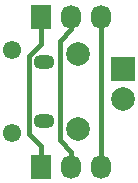
<source format=gbr>
G04 #@! TF.FileFunction,Copper,L2,Bot,Signal*
%FSLAX46Y46*%
G04 Gerber Fmt 4.6, Leading zero omitted, Abs format (unit mm)*
G04 Created by KiCad (PCBNEW (2015-08-15 BZR 6092)-product) date 3/24/2016 2:34:01 PM*
%MOMM*%
G01*
G04 APERTURE LIST*
%ADD10C,0.100000*%
%ADD11R,2.000000X2.000000*%
%ADD12C,2.000000*%
%ADD13O,1.727200X2.032000*%
%ADD14R,1.727200X2.032000*%
%ADD15C,1.998980*%
%ADD16O,1.778000X1.250000*%
%ADD17C,1.550000*%
%ADD18C,0.406400*%
G04 APERTURE END LIST*
D10*
D11*
X144145000Y-94615000D03*
D12*
X144145000Y-97155000D03*
D13*
X142240000Y-102870000D03*
X139700000Y-102870000D03*
D14*
X137160000Y-102870000D03*
X137160000Y-90170000D03*
D13*
X139700000Y-90170000D03*
X142240000Y-90170000D03*
D15*
X140335000Y-93345000D03*
X140335000Y-99695000D03*
D16*
X137452540Y-94019100D03*
X137452540Y-99019100D03*
D17*
X134752540Y-93019100D03*
X134752540Y-100019100D03*
D18*
X142240000Y-90170000D02*
X142240000Y-102870000D01*
X137160000Y-90170000D02*
X137160000Y-92456000D01*
X137160000Y-101092000D02*
X137160000Y-102870000D01*
X136144000Y-100076000D02*
X137160000Y-101092000D01*
X136144000Y-93472000D02*
X136144000Y-100076000D01*
X137160000Y-92456000D02*
X136144000Y-93472000D01*
X139700000Y-90170000D02*
X139700000Y-91186000D01*
X139700000Y-91186000D02*
X138811000Y-92202000D01*
X138811000Y-92202000D02*
X138811000Y-100584000D01*
X138811000Y-100584000D02*
X139700000Y-101600000D01*
X139700000Y-101600000D02*
X139700000Y-102870000D01*
M02*

</source>
